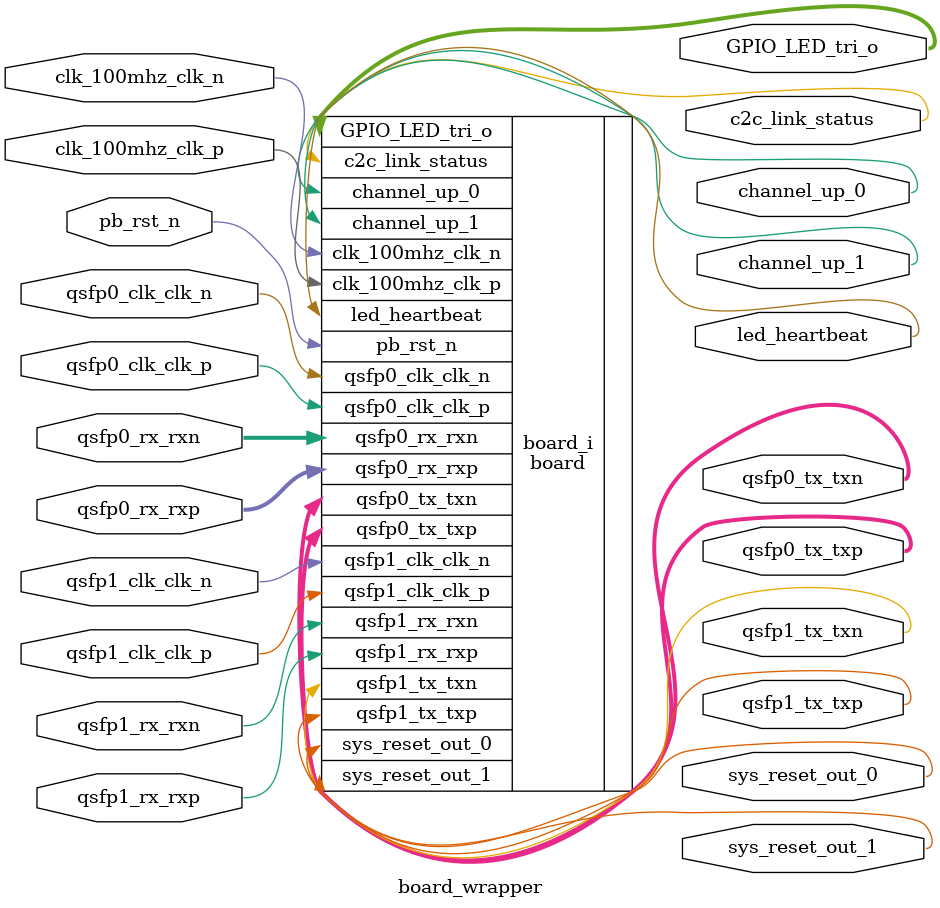
<source format=v>
`timescale 1 ps / 1 ps

module board_wrapper
   (GPIO_LED_tri_o,
    c2c_link_status,
    channel_up_0,
    channel_up_1,
    clk_100mhz_clk_n,
    clk_100mhz_clk_p,
    led_heartbeat,
    pb_rst_n,
    qsfp0_clk_clk_n,
    qsfp0_clk_clk_p,
    qsfp0_rx_rxn,
    qsfp0_rx_rxp,
    qsfp0_tx_txn,
    qsfp0_tx_txp,
    qsfp1_clk_clk_n,
    qsfp1_clk_clk_p,
    qsfp1_rx_rxn,
    qsfp1_rx_rxp,
    qsfp1_tx_txn,
    qsfp1_tx_txp,
    sys_reset_out_0,
    sys_reset_out_1);
  output [3:0]GPIO_LED_tri_o;
  output c2c_link_status;
  output channel_up_0;
  output channel_up_1;
  input [0:0]clk_100mhz_clk_n;
  input [0:0]clk_100mhz_clk_p;
  output led_heartbeat;
  input pb_rst_n;
  input qsfp0_clk_clk_n;
  input qsfp0_clk_clk_p;
  input [0:3]qsfp0_rx_rxn;
  input [0:3]qsfp0_rx_rxp;
  output [0:3]qsfp0_tx_txn;
  output [0:3]qsfp0_tx_txp;
  input qsfp1_clk_clk_n;
  input qsfp1_clk_clk_p;
  input [0:0]qsfp1_rx_rxn;
  input [0:0]qsfp1_rx_rxp;
  output [0:0]qsfp1_tx_txn;
  output [0:0]qsfp1_tx_txp;
  output sys_reset_out_0;
  output sys_reset_out_1;

  wire [3:0]GPIO_LED_tri_o;
  wire c2c_link_status;
  wire channel_up_0;
  wire channel_up_1;
  wire [0:0]clk_100mhz_clk_n;
  wire [0:0]clk_100mhz_clk_p;
  wire led_heartbeat;
  wire pb_rst_n;
  wire qsfp0_clk_clk_n;
  wire qsfp0_clk_clk_p;
  wire [0:3]qsfp0_rx_rxn;
  wire [0:3]qsfp0_rx_rxp;
  wire [0:3]qsfp0_tx_txn;
  wire [0:3]qsfp0_tx_txp;
  wire qsfp1_clk_clk_n;
  wire qsfp1_clk_clk_p;
  wire [0:0]qsfp1_rx_rxn;
  wire [0:0]qsfp1_rx_rxp;
  wire [0:0]qsfp1_tx_txn;
  wire [0:0]qsfp1_tx_txp;
  wire sys_reset_out_0;
  wire sys_reset_out_1;

  board board_i
       (.GPIO_LED_tri_o(GPIO_LED_tri_o),
        .c2c_link_status(c2c_link_status),
        .channel_up_0(channel_up_0),
        .channel_up_1(channel_up_1),
        .clk_100mhz_clk_n(clk_100mhz_clk_n),
        .clk_100mhz_clk_p(clk_100mhz_clk_p),
        .led_heartbeat(led_heartbeat),
        .pb_rst_n(pb_rst_n),
        .qsfp0_clk_clk_n(qsfp0_clk_clk_n),
        .qsfp0_clk_clk_p(qsfp0_clk_clk_p),
        .qsfp0_rx_rxn(qsfp0_rx_rxn),
        .qsfp0_rx_rxp(qsfp0_rx_rxp),
        .qsfp0_tx_txn(qsfp0_tx_txn),
        .qsfp0_tx_txp(qsfp0_tx_txp),
        .qsfp1_clk_clk_n(qsfp1_clk_clk_n),
        .qsfp1_clk_clk_p(qsfp1_clk_clk_p),
        .qsfp1_rx_rxn(qsfp1_rx_rxn),
        .qsfp1_rx_rxp(qsfp1_rx_rxp),
        .qsfp1_tx_txn(qsfp1_tx_txn),
        .qsfp1_tx_txp(qsfp1_tx_txp),
        .sys_reset_out_0(sys_reset_out_0),
        .sys_reset_out_1(sys_reset_out_1));
endmodule

</source>
